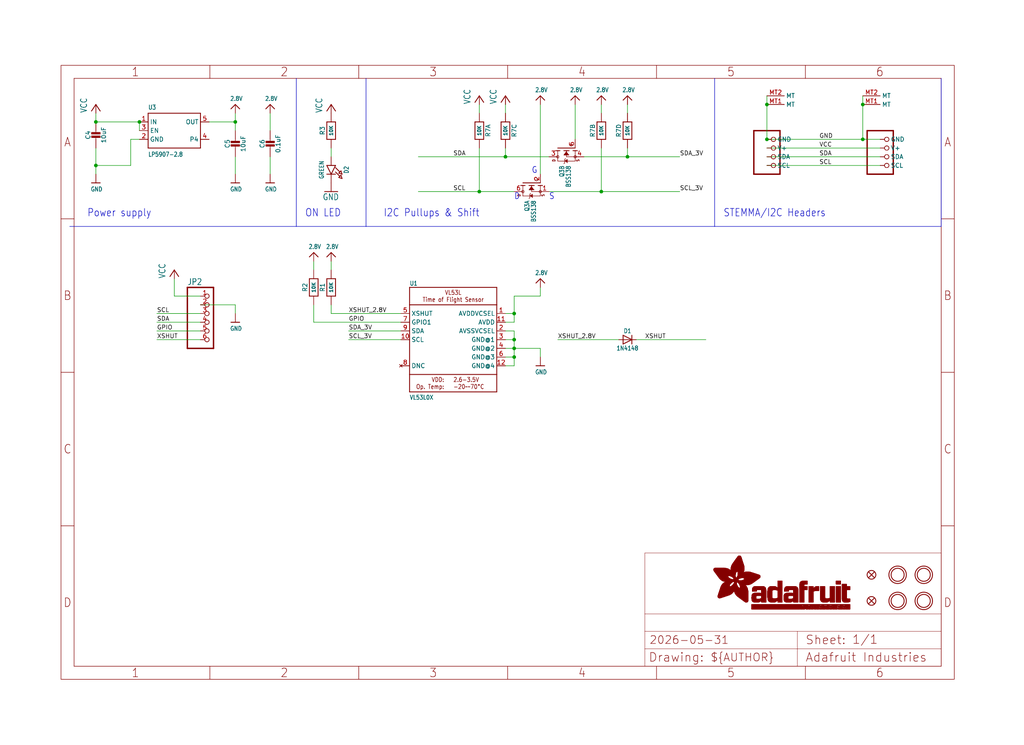
<source format=kicad_sch>
(kicad_sch (version 20230121) (generator eeschema)
  (paper "User" 298.45 217.322)
  (lib_symbols
    (symbol "working-eagle-import:2.8V" (power)
      (property "Value" "2.8V" (at -1.524 1.016 0))
      (symbol "2.8V_1_0"
        (pin power_in line (at 0 -2.54 90) (length 2.54) (name "2.8V") (number "1"))
      )
    )
    (symbol "working-eagle-import:CAP_CERAMIC0603_NO"
      (property "Reference" "C" (at -2.29 1.25 90))
      (symbol "CAP_CERAMIC0603_NO_1_0"
        (pin passive line (at 0 5.08 270) (length 2.54) (name "1") (number "1"))
        (pin passive line (at 0 -2.54 90) (length 2.54) (name "2") (number "2"))
      )
    )
    (symbol "working-eagle-import:CAP_CERAMIC0805-NOOUTLINE"
      (property "Reference" "C" (at -2.29 1.25 90))
      (symbol "CAP_CERAMIC0805-NOOUTLINE_1_0"
        (pin passive line (at 0 5.08 270) (length 2.54) (name "1") (number "1"))
        (pin passive line (at 0 -2.54 90) (length 2.54) (name "2") (number "2"))
      )
    )
    (symbol "working-eagle-import:DIODESOD-323"
      (property "Reference" "D" (at 0 2.54 0))
      (symbol "DIODESOD-323_1_0"
        (pin passive line (at -2.54 0 0) (length 2.54) (name "A") (number "A"))
        (pin passive line (at 2.54 0 180) (length 2.54) (name "C") (number "C"))
      )
    )
    (symbol "working-eagle-import:FIDUCIAL_1MM")
    (symbol "working-eagle-import:FRAME_A4_ADAFRUIT"
      (symbol "FRAME_A4_ADAFRUIT_1_0"
        (text "${#}/${##}" (at 230.505 10.16 0) (effects (font (size 2.54 2.54)) (justify left bottom)))
        (text "${AUTHOR}" (at 189.23 5.08 0) (effects (font (size 2.286 2.286)) (justify left bottom)))
        (text "${CURRENT_DATE}" (at 171.45 10.16 0) (effects (font (size 2.286 2.286)) (justify left bottom)))
        (text "${PROJECTNAME}" (at 171.45 15.24 0) (effects (font (size 2.54 2.54)) (justify left bottom)))
        (text "1" (at 21.6958 1.905 0) (effects (font (size 2.54 2.286))))
        (text "1" (at 21.6958 177.165 0) (effects (font (size 2.54 2.286))))
        (text "2" (at 65.0875 1.905 0) (effects (font (size 2.54 2.286))))
        (text "2" (at 65.0875 177.165 0) (effects (font (size 2.54 2.286))))
        (text "3" (at 108.4792 1.905 0) (effects (font (size 2.54 2.286))))
        (text "3" (at 108.4792 177.165 0) (effects (font (size 2.54 2.286))))
        (text "4" (at 151.8708 1.905 0) (effects (font (size 2.54 2.286))))
        (text "4" (at 151.8708 177.165 0) (effects (font (size 2.54 2.286))))
        (text "5" (at 195.2625 1.905 0) (effects (font (size 2.54 2.286))))
        (text "5" (at 195.2625 177.165 0) (effects (font (size 2.54 2.286))))
        (text "6" (at 238.6542 1.905 0) (effects (font (size 2.54 2.286))))
        (text "6" (at 238.6542 177.165 0) (effects (font (size 2.54 2.286))))
        (text "A" (at 1.905 156.6863 0) (effects (font (size 2.54 2.286))))
        (text "A" (at 258.445 156.6863 0) (effects (font (size 2.54 2.286))))
        (text "Adafruit Industries" (at 216.916 4.953 0) (effects (font (size 2.54 2.54)) (justify left bottom)))
        (text "B" (at 1.905 111.9188 0) (effects (font (size 2.54 2.286))))
        (text "B" (at 258.445 111.9188 0) (effects (font (size 2.54 2.286))))
        (text "C" (at 1.905 67.1513 0) (effects (font (size 2.54 2.286))))
        (text "C" (at 258.445 67.1513 0) (effects (font (size 2.54 2.286))))
        (text "D" (at 1.905 22.3838 0) (effects (font (size 2.54 2.286))))
        (text "D" (at 258.445 22.3838 0) (effects (font (size 2.54 2.286))))
        (text "Drawing:" (at 171.196 4.953 0) (effects (font (size 2.54 2.54)) (justify left bottom)))
        (text "Sheet:" (at 216.916 10.033 0) (effects (font (size 2.54 2.54)) (justify left bottom)))
      )
    )
    (symbol "working-eagle-import:GND" (power)
      (property "Value" "GND" (at -1.524 -2.54 0))
      (symbol "GND_1_0"
        (pin power_in line (at 0 2.54 270) (length 2.54) (name "GND") (number "1"))
      )
    )
    (symbol "working-eagle-import:HEADER-1X670MIL"
      (property "Reference" "JP" (at -6.35 10.795 0))
      (symbol "HEADER-1X670MIL_1_0"
        (pin passive inverted (at -2.54 7.62 0) (length 2.54) (name "1") (number "1"))
        (pin passive inverted (at -2.54 5.08 0) (length 2.54) (name "2") (number "2"))
        (pin passive inverted (at -2.54 2.54 0) (length 2.54) (name "3") (number "3"))
        (pin passive inverted (at -2.54 0 0) (length 2.54) (name "4") (number "4"))
        (pin passive inverted (at -2.54 -2.54 0) (length 2.54) (name "5") (number "5"))
        (pin passive inverted (at -2.54 -5.08 0) (length 2.54) (name "6") (number "6"))
      )
    )
    (symbol "working-eagle-import:LED0603_NOOUTLINE"
      (property "Reference" "D" (at -1.27 4.445 0))
      (symbol "LED0603_NOOUTLINE_1_0"
        (pin passive line (at -5.08 0 0) (length 2.54) (name "A") (number "A"))
        (pin passive line (at 2.54 0 180) (length 2.54) (name "C") (number "C"))
      )
    )
    (symbol "working-eagle-import:MOSFET-N_DUAL"
      (property "Reference" "Q" (at 5.08 0.635 0))
      (symbol "MOSFET-N_DUAL_1_0"
        (text "D" (at 3.175 3.175 0) (effects (font (size 0.8128 0.6908)) (justify left bottom)))
        (text "G" (at -1.27 -1.905 0) (effects (font (size 0.8128 0.6908)) (justify left bottom)))
        (text "S" (at 3.175 -3.81 0) (effects (font (size 0.8128 0.6908)) (justify left bottom)))
        (pin bidirectional line (at 2.54 -5.08 90) (length 2.54) (name "S") (number "1"))
        (pin bidirectional line (at -2.54 -2.54 0) (length 2.54) (name "G") (number "2"))
        (pin bidirectional line (at 2.54 5.08 270) (length 2.54) (name "D") (number "6"))
      )
      (symbol "MOSFET-N_DUAL_2_0"
        (text "D" (at 3.175 3.175 0) (effects (font (size 0.8128 0.6908)) (justify left bottom)))
        (text "G" (at -1.27 -1.905 0) (effects (font (size 0.8128 0.6908)) (justify left bottom)))
        (text "S" (at 3.175 -3.81 0) (effects (font (size 0.8128 0.6908)) (justify left bottom)))
        (pin bidirectional line (at 2.54 5.08 270) (length 2.54) (name "D") (number "3"))
        (pin bidirectional line (at 2.54 -5.08 90) (length 2.54) (name "S") (number "4"))
        (pin bidirectional line (at -2.54 -2.54 0) (length 2.54) (name "G") (number "5"))
      )
    )
    (symbol "working-eagle-import:MOUNTINGHOLE2.5")
    (symbol "working-eagle-import:RESISTOR_0603_NOOUT"
      (property "Reference" "R" (at 0 2.54 0))
      (symbol "RESISTOR_0603_NOOUT_1_0"
        (pin passive line (at -5.08 0 0) (length 2.54) (name "1") (number "1"))
        (pin passive line (at 5.08 0 180) (length 2.54) (name "2") (number "2"))
      )
    )
    (symbol "working-eagle-import:RESISTOR_4PACK"
      (property "Reference" "R" (at 0 2.54 0))
      (symbol "RESISTOR_4PACK_1_0"
        (pin passive line (at -5.08 0 0) (length 2.54) (name "1") (number "1"))
        (pin passive line (at 5.08 0 180) (length 2.54) (name "2") (number "8"))
      )
      (symbol "RESISTOR_4PACK_2_0"
        (pin passive line (at -5.08 0 0) (length 2.54) (name "1") (number "2"))
        (pin passive line (at 5.08 0 180) (length 2.54) (name "2") (number "7"))
      )
      (symbol "RESISTOR_4PACK_3_0"
        (pin passive line (at -5.08 0 0) (length 2.54) (name "1") (number "3"))
        (pin passive line (at 5.08 0 180) (length 2.54) (name "2") (number "6"))
      )
      (symbol "RESISTOR_4PACK_4_0"
        (pin passive line (at -5.08 0 0) (length 2.54) (name "1") (number "4"))
        (pin passive line (at 5.08 0 180) (length 2.54) (name "2") (number "5"))
      )
    )
    (symbol "working-eagle-import:STEMMA_I2C_QT"
      (symbol "STEMMA_I2C_QT_1_0"
        (pin passive inverted (at 0 5.08 0) (length 2.54) (name "GND") (number "1"))
        (pin passive inverted (at 0 2.54 0) (length 2.54) (name "V+") (number "2"))
        (pin passive inverted (at 0 0 0) (length 2.54) (name "SDA") (number "3"))
        (pin passive inverted (at 0 -2.54 0) (length 2.54) (name "SCL") (number "4"))
      )
      (symbol "STEMMA_I2C_QT_2_0"
        (pin bidirectional line (at 0 0 0) (length 5.08) (name "MT") (number "MT1"))
      )
      (symbol "STEMMA_I2C_QT_3_0"
        (pin bidirectional line (at 0 0 0) (length 5.08) (name "MT") (number "MT2"))
      )
    )
    (symbol "working-eagle-import:VCC" (power)
      (property "Value" "VCC" (at -2.54 -2.54 90))
      (symbol "VCC_1_0"
        (pin power_in line (at 0 -2.54 90) (length 2.54) (name "VCC") (number "1"))
      )
    )
    (symbol "working-eagle-import:VL53L0X"
      (property "Reference" "U" (at -12.7 15.7226 0))
      (symbol "VL53L0X_1_0"
        (text "2.6-3.5V\n-20~~70°C" (at 0 -12.7 0) (effects (font (size 1.27 1.0795)) (justify left)))
        (text "VDD:\nOp. Temp:" (at -2.54 -12.7 0) (effects (font (size 1.27 1.0795)) (justify right)))
        (text "VL53L\nTime of Flight Sensor" (at 0 12.7 0) (effects (font (size 1.27 1.0795))))
        (pin power_in line (at 15.24 7.62 180) (length 2.54) (name "AVDDVCSEL") (number "1"))
        (pin open_collector line (at -15.24 0 0) (length 2.54) (name "SCL") (number "10"))
        (pin power_in line (at 15.24 5.08 180) (length 2.54) (name "AVDD") (number "11"))
        (pin power_in line (at 15.24 -7.62 180) (length 2.54) (name "GND@4") (number "12"))
        (pin power_in line (at 15.24 2.54 180) (length 2.54) (name "AVSSVCSEL") (number "2"))
        (pin power_in line (at 15.24 0 180) (length 2.54) (name "GND@1") (number "3"))
        (pin power_in line (at 15.24 -2.54 180) (length 2.54) (name "GND@2") (number "4"))
        (pin input line (at -15.24 7.62 0) (length 2.54) (name "XSHUT") (number "5"))
        (pin power_in line (at 15.24 -5.08 180) (length 2.54) (name "GND@3") (number "6"))
        (pin output line (at -15.24 5.08 0) (length 2.54) (name "GPIO1") (number "7"))
        (pin no_connect line (at -15.24 -7.62 0) (length 2.54) (name "DNC") (number "8"))
        (pin open_collector line (at -15.24 2.54 0) (length 2.54) (name "SDA") (number "9"))
      )
    )
    (symbol "working-eagle-import:VREG_SOT23-5"
      (property "Reference" "U" (at -7.62 6.096 0))
      (symbol "VREG_SOT23-5_1_0"
        (pin power_in line (at -10.16 2.54 0) (length 2.54) (name "IN") (number "1"))
        (pin power_in line (at -10.16 -2.54 0) (length 2.54) (name "GND") (number "2"))
        (pin input line (at -10.16 0 0) (length 2.54) (name "EN") (number "3"))
        (pin bidirectional line (at 10.16 -2.54 180) (length 2.54) (name "P4") (number "4"))
        (pin power_in line (at 10.16 2.54 180) (length 2.54) (name "OUT") (number "5"))
      )
    )
    (symbol "working-eagle-import:supply1_GND" (power)
      (property "Value" "supply1_GND" (at -2.54 -2.54 0))
      (symbol "supply1_GND_1_0"
        (pin power_in line (at 0 2.54 270) (length 2.54) (name "GND") (number "1"))
      )
    )
  )
  (junction (at 27.94 35.56))
  (junction (at 149.86 99.06))
  (junction (at 149.86 101.6))
  (junction (at 223.52 40.64))
  (junction (at 149.86 104.14))
  (junction (at 149.86 91.44))
  (junction (at 147.32 45.72))
  (junction (at 251.46 40.64))
  (junction (at 139.7 55.88))
  (junction (at 182.88 45.72))
  (junction (at 251.46 30.48))
  (junction (at 223.52 30.48))
  (junction (at 40.64 35.56))
  (junction (at 27.94 48.26))
  (junction (at 175.26 55.88))
  (junction (at 68.58 35.56))
  (wire (pts (xy 175.26 55.88) (xy 198.12 55.88)) (stroke (width 0.1524)))
  (wire (pts (xy 58.42 96.52) (xy 45.72 96.52)) (stroke (width 0.1524)))
  (wire (pts (xy 27.94 48.26) (xy 27.94 43.18)) (stroke (width 0.1524)))
  (wire (pts (xy 182.88 33.02) (xy 182.88 30.48)) (stroke (width 0.1524)))
  (wire (pts (xy 50.8 86.36) (xy 50.8 81.28)) (stroke (width 0.1524)))
  (polyline (pts (xy 208.28 66.04) (xy 274.32 66.04)) (stroke (width 0.1524) (type solid)))
  (polyline (pts (xy 86.36 22.86) (xy 86.36 66.04)) (stroke (width 0.1524) (type solid)))
  (wire (pts (xy 116.84 91.44) (xy 96.52 91.44)) (stroke (width 0.1524)))
  (wire (pts (xy 147.32 91.44) (xy 149.86 91.44)) (stroke (width 0.1524)))
  (wire (pts (xy 78.74 33.02) (xy 78.74 38.1)) (stroke (width 0.1524)))
  (wire (pts (xy 223.52 43.18) (xy 256.54 43.18)) (stroke (width 0.1524)))
  (wire (pts (xy 96.52 78.74) (xy 96.52 76.2)) (stroke (width 0.1524)))
  (wire (pts (xy 60.96 35.56) (xy 68.58 35.56)) (stroke (width 0.1524)))
  (wire (pts (xy 68.58 35.56) (xy 68.58 33.02)) (stroke (width 0.1524)))
  (wire (pts (xy 40.64 40.64) (xy 38.1 40.64)) (stroke (width 0.1524)))
  (wire (pts (xy 251.46 30.48) (xy 251.46 40.64)) (stroke (width 0.1524)))
  (polyline (pts (xy 106.68 22.86) (xy 106.68 66.04)) (stroke (width 0.1524) (type solid)))
  (wire (pts (xy 256.54 45.72) (xy 223.52 45.72)) (stroke (width 0.1524)))
  (wire (pts (xy 256.54 40.64) (xy 251.46 40.64)) (stroke (width 0.1524)))
  (wire (pts (xy 223.52 48.26) (xy 256.54 48.26)) (stroke (width 0.1524)))
  (wire (pts (xy 160.02 45.72) (xy 147.32 45.72)) (stroke (width 0.1524)))
  (wire (pts (xy 147.32 33.02) (xy 147.32 30.48)) (stroke (width 0.1524)))
  (wire (pts (xy 91.44 78.74) (xy 91.44 76.2)) (stroke (width 0.1524)))
  (wire (pts (xy 180.34 99.06) (xy 162.56 99.06)) (stroke (width 0.1524)))
  (wire (pts (xy 157.48 101.6) (xy 157.48 104.14)) (stroke (width 0.1524)))
  (wire (pts (xy 147.32 101.6) (xy 149.86 101.6)) (stroke (width 0.1524)))
  (polyline (pts (xy 106.68 66.04) (xy 208.28 66.04)) (stroke (width 0.1524) (type solid)))
  (wire (pts (xy 175.26 33.02) (xy 175.26 30.48)) (stroke (width 0.1524)))
  (wire (pts (xy 58.42 88.9) (xy 68.58 88.9)) (stroke (width 0.1524)))
  (wire (pts (xy 149.86 99.06) (xy 149.86 101.6)) (stroke (width 0.1524)))
  (wire (pts (xy 68.58 88.9) (xy 68.58 91.44)) (stroke (width 0.1524)))
  (wire (pts (xy 40.64 35.56) (xy 27.94 35.56)) (stroke (width 0.1524)))
  (wire (pts (xy 91.44 93.98) (xy 91.44 88.9)) (stroke (width 0.1524)))
  (wire (pts (xy 58.42 93.98) (xy 45.72 93.98)) (stroke (width 0.1524)))
  (wire (pts (xy 149.86 96.52) (xy 149.86 99.06)) (stroke (width 0.1524)))
  (wire (pts (xy 160.02 55.88) (xy 175.26 55.88)) (stroke (width 0.1524)))
  (wire (pts (xy 205.74 99.06) (xy 185.42 99.06)) (stroke (width 0.1524)))
  (wire (pts (xy 116.84 93.98) (xy 91.44 93.98)) (stroke (width 0.1524)))
  (wire (pts (xy 58.42 99.06) (xy 45.72 99.06)) (stroke (width 0.1524)))
  (wire (pts (xy 147.32 43.18) (xy 147.32 45.72)) (stroke (width 0.1524)))
  (wire (pts (xy 157.48 50.8) (xy 157.48 30.48)) (stroke (width 0.1524)))
  (wire (pts (xy 38.1 48.26) (xy 27.94 48.26)) (stroke (width 0.1524)))
  (wire (pts (xy 149.86 86.36) (xy 157.48 86.36)) (stroke (width 0.1524)))
  (polyline (pts (xy 274.32 22.86) (xy 274.32 66.04)) (stroke (width 0.1524) (type solid)))
  (wire (pts (xy 149.86 55.88) (xy 139.7 55.88)) (stroke (width 0.1524)))
  (wire (pts (xy 149.86 106.68) (xy 149.86 104.14)) (stroke (width 0.1524)))
  (wire (pts (xy 58.42 91.44) (xy 45.72 91.44)) (stroke (width 0.1524)))
  (wire (pts (xy 182.88 45.72) (xy 198.12 45.72)) (stroke (width 0.1524)))
  (wire (pts (xy 251.46 27.94) (xy 251.46 30.48)) (stroke (width 0.1524)))
  (wire (pts (xy 175.26 43.18) (xy 175.26 55.88)) (stroke (width 0.1524)))
  (wire (pts (xy 78.74 45.72) (xy 78.74 50.8)) (stroke (width 0.1524)))
  (wire (pts (xy 167.64 40.64) (xy 167.64 30.48)) (stroke (width 0.1524)))
  (wire (pts (xy 147.32 104.14) (xy 149.86 104.14)) (stroke (width 0.1524)))
  (polyline (pts (xy 20.32 66.04) (xy 86.36 66.04)) (stroke (width 0.1524) (type solid)))
  (wire (pts (xy 116.84 99.06) (xy 101.6 99.06)) (stroke (width 0.1524)))
  (wire (pts (xy 139.7 55.88) (xy 121.92 55.88)) (stroke (width 0.1524)))
  (wire (pts (xy 149.86 91.44) (xy 149.86 86.36)) (stroke (width 0.1524)))
  (wire (pts (xy 96.52 91.44) (xy 96.52 88.9)) (stroke (width 0.1524)))
  (wire (pts (xy 27.94 48.26) (xy 27.94 50.8)) (stroke (width 0.1524)))
  (wire (pts (xy 223.52 30.48) (xy 223.52 40.64)) (stroke (width 0.1524)))
  (wire (pts (xy 147.32 99.06) (xy 149.86 99.06)) (stroke (width 0.1524)))
  (wire (pts (xy 58.42 86.36) (xy 50.8 86.36)) (stroke (width 0.1524)))
  (wire (pts (xy 147.32 45.72) (xy 121.92 45.72)) (stroke (width 0.1524)))
  (wire (pts (xy 96.52 45.72) (xy 96.52 43.18)) (stroke (width 0.1524)))
  (wire (pts (xy 116.84 96.52) (xy 101.6 96.52)) (stroke (width 0.1524)))
  (wire (pts (xy 139.7 30.48) (xy 139.7 33.02)) (stroke (width 0.1524)))
  (wire (pts (xy 170.18 45.72) (xy 182.88 45.72)) (stroke (width 0.1524)))
  (wire (pts (xy 149.86 93.98) (xy 149.86 91.44)) (stroke (width 0.1524)))
  (wire (pts (xy 251.46 40.64) (xy 223.52 40.64)) (stroke (width 0.1524)))
  (wire (pts (xy 147.32 93.98) (xy 149.86 93.98)) (stroke (width 0.1524)))
  (wire (pts (xy 149.86 104.14) (xy 149.86 101.6)) (stroke (width 0.1524)))
  (wire (pts (xy 157.48 86.36) (xy 157.48 83.82)) (stroke (width 0.1524)))
  (wire (pts (xy 139.7 43.18) (xy 139.7 55.88)) (stroke (width 0.1524)))
  (wire (pts (xy 182.88 43.18) (xy 182.88 45.72)) (stroke (width 0.1524)))
  (wire (pts (xy 68.58 45.72) (xy 68.58 50.8)) (stroke (width 0.1524)))
  (wire (pts (xy 147.32 96.52) (xy 149.86 96.52)) (stroke (width 0.1524)))
  (polyline (pts (xy 208.28 22.86) (xy 208.28 66.04)) (stroke (width 0.1524) (type solid)))
  (wire (pts (xy 223.52 27.94) (xy 223.52 30.48)) (stroke (width 0.1524)))
  (wire (pts (xy 68.58 35.56) (xy 68.58 38.1)) (stroke (width 0.1524)))
  (wire (pts (xy 27.94 33.02) (xy 27.94 35.56)) (stroke (width 0.1524)))
  (wire (pts (xy 38.1 40.64) (xy 38.1 48.26)) (stroke (width 0.1524)))
  (wire (pts (xy 149.86 101.6) (xy 157.48 101.6)) (stroke (width 0.1524)))
  (wire (pts (xy 147.32 106.68) (xy 149.86 106.68)) (stroke (width 0.1524)))
  (polyline (pts (xy 86.36 66.04) (xy 106.68 66.04)) (stroke (width 0.1524) (type solid)))
  (wire (pts (xy 40.64 38.1) (xy 40.64 35.56)) (stroke (width 0.1524)))
  (text "S" (at 160.02 58.42 0) (effects (font (size 1.778 1.5113)) (justify left bottom)))
  (text "I2C Pullups & Shift" (at 111.76 63.5 0) (effects (font (size 2.1844 1.8567)) (justify left bottom)))
  (text "G" (at 154.94 50.8 0) (effects (font (size 1.778 1.5113)) (justify left bottom)))
  (text "Power supply" (at 25.4 63.5 0) (effects (font (size 2.1844 1.8567)) (justify left bottom)))
  (text "ON LED" (at 88.9 63.5 0) (effects (font (size 2.1844 1.8567)) (justify left bottom)))
  (text "D" (at 149.86 58.42 0) (effects (font (size 1.778 1.5113)) (justify left bottom)))
  (text "STEMMA/I2C Headers" (at 210.82 63.5 0) (effects (font (size 2.1844 1.8567)) (justify left bottom)))
  (label "SCL" (at 238.76 48.26 0) (effects (font (size 1.2446 1.2446))))
  (label "XSHUT" (at 187.96 99.06 0) (effects (font (size 1.2446 1.2446))))
  (label "SDA" (at 238.76 45.72 0) (effects (font (size 1.2446 1.2446))))
  (label "SCL_3V" (at 101.6 99.06 0) (effects (font (size 1.2446 1.2446))))
  (label "XSHUT_2.8V" (at 101.6 91.44 0) (effects (font (size 1.2446 1.2446))))
  (label "SDA_3V" (at 198.12 45.72 0) (effects (font (size 1.2446 1.2446))))
  (label "SCL_3V" (at 198.12 55.88 0) (effects (font (size 1.2446 1.2446))))
  (label "SDA" (at 132.08 45.72 0) (effects (font (size 1.2446 1.2446))))
  (label "VCC" (at 238.76 43.18 0) (effects (font (size 1.2446 1.2446))))
  (label "SDA" (at 45.72 93.98 0) (effects (font (size 1.2446 1.2446))))
  (label "XSHUT" (at 45.72 99.06 0) (effects (font (size 1.2446 1.2446))))
  (label "SCL" (at 45.72 91.44 0) (effects (font (size 1.2446 1.2446))))
  (label "XSHUT_2.8V" (at 162.56 99.06 0) (effects (font (size 1.2446 1.2446))))
  (label "GPIO" (at 45.72 96.52 0) (effects (font (size 1.2446 1.2446))))
  (label "SDA_3V" (at 101.6 96.52 0) (effects (font (size 1.2446 1.2446))))
  (label "SCL" (at 132.08 55.88 0) (effects (font (size 1.2446 1.2446))))
  (label "GND" (at 238.76 40.64 0) (effects (font (size 1.2446 1.2446))))
  (label "GPIO" (at 101.6 93.98 0) (effects (font (size 1.2446 1.2446))))
  (symbol (lib_id "working-eagle-import:MOUNTINGHOLE2.5") (at 261.62 175.26 0) (unit 1)
    (property "Reference" "U$30" (effects hide))
    (property "Value" "MOUNTINGHOLE2.5" (effects hide))
    (property "Footprint" "working:MOUNTINGHOLE_2.5_PLATED" (effects hide))
  )
  (symbol (lib_id "working-eagle-import:MOSFET-N_DUAL") (at 154.94 53.34 90) (mirror x) (unit 1)
    (property "Reference" "Q3" (at 154.305 58.42 0) (effects (font (size 1.27 1.0795)) (justify left bottom)))
    (property "Value" "BSS138" (at 156.21 58.42 0) (effects (font (size 1.27 1.0795)) (justify left bottom)))
    (property "Footprint" "working:SOT363" (effects hide))
  )
  (symbol (lib_id "working-eagle-import:VCC") (at 96.52 30.48 0) (unit 1)
    (property "Reference" "#P+5" (effects hide))
    (property "Value" "VCC" (at 93.98 33.02 90) (effects (font (size 1.778 1.5113)) (justify left bottom)))
  )
  (symbol (lib_id "working-eagle-import:2.8V") (at 157.48 81.28 0) (unit 1)
    (property "Reference" "#U$16" (effects hide))
    (property "Value" "2.8V" (at 155.956 80.264 0) (effects (font (size 1.27 1.0795)) (justify left bottom)))
  )
  (symbol (lib_id "working-eagle-import:FIDUCIAL_1MM") (at 254 167.64 0) (unit 1)
    (property "Reference" "FID4" (effects hide))
    (property "Value" "FIDUCIAL_1MM" (effects hide))
    (property "Footprint" "working:FIDUCIAL_1MM" (effects hide))
  )
  (symbol (lib_id "working-eagle-import:VCC") (at 50.8 78.74 0) (unit 1)
    (property "Reference" "#P+4" (effects hide))
    (property "Value" "VCC" (at 48.26 81.28 90) (effects (font (size 1.778 1.5113)) (justify left bottom)))
  )
  (symbol (lib_id "working-eagle-import:2.8V") (at 167.64 27.94 0) (unit 1)
    (property "Reference" "#U$25" (effects hide))
    (property "Value" "2.8V" (at 166.116 26.924 0) (effects (font (size 1.27 1.0795)) (justify left bottom)))
  )
  (symbol (lib_id "working-eagle-import:GND") (at 68.58 93.98 0) (unit 1)
    (property "Reference" "#U$22" (effects hide))
    (property "Value" "GND" (at 67.056 96.52 0) (effects (font (size 1.27 1.0795)) (justify left bottom)))
  )
  (symbol (lib_id "working-eagle-import:GND") (at 78.74 53.34 0) (unit 1)
    (property "Reference" "#U$21" (effects hide))
    (property "Value" "GND" (at 77.216 55.88 0) (effects (font (size 1.27 1.0795)) (justify left bottom)))
  )
  (symbol (lib_id "working-eagle-import:2.8V") (at 182.88 27.94 0) (unit 1)
    (property "Reference" "#U$27" (effects hide))
    (property "Value" "2.8V" (at 181.356 26.924 0) (effects (font (size 1.27 1.0795)) (justify left bottom)))
  )
  (symbol (lib_id "working-eagle-import:2.8V") (at 96.52 73.66 0) (unit 1)
    (property "Reference" "#U$10" (effects hide))
    (property "Value" "2.8V" (at 94.996 72.644 0) (effects (font (size 1.27 1.0795)) (justify left bottom)))
  )
  (symbol (lib_id "working-eagle-import:FRAME_A4_ADAFRUIT") (at 17.78 198.12 0) (unit 1)
    (property "Reference" "#U$32" (effects hide))
    (property "Value" "FRAME_A4_ADAFRUIT" (effects hide))
  )
  (symbol (lib_id "working-eagle-import:RESISTOR_0603_NOOUT") (at 96.52 83.82 90) (unit 1)
    (property "Reference" "R1" (at 93.98 83.82 0))
    (property "Value" "10K" (at 96.52 83.82 0) (effects (font (size 1.016 1.016) bold)))
    (property "Footprint" "working:0603-NO" (effects hide))
  )
  (symbol (lib_id "working-eagle-import:STEMMA_I2C_QT") (at 256.54 45.72 0) (unit 1)
    (property "Reference" "CONN4" (effects hide))
    (property "Value" "STEMMA_I2C_QT" (effects hide))
    (property "Footprint" "working:JST_SH4" (effects hide))
  )
  (symbol (lib_id "working-eagle-import:DIODESOD-323") (at 182.88 99.06 0) (unit 1)
    (property "Reference" "D1" (at 182.88 96.52 0) (effects (font (size 1.27 1.0795))))
    (property "Value" "1N4148" (at 182.88 101.56 0) (effects (font (size 1.27 1.0795))))
    (property "Footprint" "working:SOD-323" (effects hide))
  )
  (symbol (lib_id "working-eagle-import:2.8V") (at 91.44 73.66 0) (unit 1)
    (property "Reference" "#U$9" (effects hide))
    (property "Value" "2.8V" (at 89.916 72.644 0) (effects (font (size 1.27 1.0795)) (justify left bottom)))
  )
  (symbol (lib_id "working-eagle-import:STEMMA_I2C_QT") (at 251.46 30.48 0) (unit 2)
    (property "Reference" "CONN4" (effects hide))
    (property "Value" "STEMMA_I2C_QT" (effects hide))
    (property "Footprint" "working:JST_SH4" (effects hide))
  )
  (symbol (lib_id "working-eagle-import:MOUNTINGHOLE2.5") (at 261.62 167.64 0) (unit 1)
    (property "Reference" "U$31" (effects hide))
    (property "Value" "MOUNTINGHOLE2.5" (effects hide))
    (property "Footprint" "working:MOUNTINGHOLE_2.5_PLATED" (effects hide))
  )
  (symbol (lib_id "working-eagle-import:2.8V") (at 157.48 27.94 0) (unit 1)
    (property "Reference" "#U$24" (effects hide))
    (property "Value" "2.8V" (at 155.956 26.924 0) (effects (font (size 1.27 1.0795)) (justify left bottom)))
  )
  (symbol (lib_id "working-eagle-import:STEMMA_I2C_QT") (at 251.46 27.94 0) (unit 3)
    (property "Reference" "CONN4" (effects hide))
    (property "Value" "STEMMA_I2C_QT" (effects hide))
    (property "Footprint" "working:JST_SH4" (effects hide))
  )
  (symbol (lib_id "working-eagle-import:STEMMA_I2C_QT") (at 223.52 45.72 0) (unit 1)
    (property "Reference" "CONN3" (effects hide))
    (property "Value" "STEMMA_I2C_QT" (effects hide))
    (property "Footprint" "working:JST_SH4" (effects hide))
  )
  (symbol (lib_id "working-eagle-import:CAP_CERAMIC0603_NO") (at 78.74 43.18 0) (unit 1)
    (property "Reference" "C6" (at 76.45 41.93 90))
    (property "Value" "0.1uF" (at 81.04 41.93 90))
    (property "Footprint" "working:0603-NO" (effects hide))
  )
  (symbol (lib_id "working-eagle-import:2.8V") (at 68.58 30.48 0) (unit 1)
    (property "Reference" "#U$23" (effects hide))
    (property "Value" "2.8V" (at 67.056 29.464 0) (effects (font (size 1.27 1.0795)) (justify left bottom)))
  )
  (symbol (lib_id "working-eagle-import:RESISTOR_4PACK") (at 175.26 38.1 90) (mirror x) (unit 2)
    (property "Reference" "R7" (at 172.72 38.1 0))
    (property "Value" "10K" (at 175.26 38.1 0) (effects (font (size 1.016 1.016) bold)))
    (property "Footprint" "working:RESPACK_4X0603" (effects hide))
  )
  (symbol (lib_id "working-eagle-import:supply1_GND") (at 96.52 55.88 0) (unit 1)
    (property "Reference" "#GND6" (effects hide))
    (property "Value" "GND" (at 93.98 58.42 0) (effects (font (size 1.778 1.5113)) (justify left bottom)))
  )
  (symbol (lib_id "working-eagle-import:STEMMA_I2C_QT") (at 223.52 27.94 0) (unit 3)
    (property "Reference" "CONN3" (effects hide))
    (property "Value" "STEMMA_I2C_QT" (effects hide))
    (property "Footprint" "working:JST_SH4" (effects hide))
  )
  (symbol (lib_id "working-eagle-import:HEADER-1X670MIL") (at 60.96 93.98 0) (unit 1)
    (property "Reference" "JP2" (at 54.61 83.185 0) (effects (font (size 1.778 1.5113)) (justify left bottom)))
    (property "Value" "HEADER-1X670MIL" (effects hide))
    (property "Footprint" "working:1X06_ROUND_70" (effects hide))
  )
  (symbol (lib_id "working-eagle-import:VCC") (at 147.32 27.94 0) (unit 1)
    (property "Reference" "#P+2" (effects hide))
    (property "Value" "VCC" (at 144.78 30.48 90) (effects (font (size 1.778 1.5113)) (justify left bottom)))
  )
  (symbol (lib_id "working-eagle-import:MOUNTINGHOLE2.5") (at 269.24 175.26 0) (unit 1)
    (property "Reference" "U$34" (effects hide))
    (property "Value" "MOUNTINGHOLE2.5" (effects hide))
    (property "Footprint" "working:MOUNTINGHOLE_2.5_PLATED" (effects hide))
  )
  (symbol (lib_id "working-eagle-import:GND") (at 157.48 106.68 0) (unit 1)
    (property "Reference" "#U$4" (effects hide))
    (property "Value" "GND" (at 155.956 109.22 0) (effects (font (size 1.27 1.0795)) (justify left bottom)))
  )
  (symbol (lib_id "working-eagle-import:FIDUCIAL_1MM") (at 254 175.26 0) (unit 1)
    (property "Reference" "FID1" (effects hide))
    (property "Value" "FIDUCIAL_1MM" (effects hide))
    (property "Footprint" "working:FIDUCIAL_1MM" (effects hide))
  )
  (symbol (lib_id "working-eagle-import:CAP_CERAMIC0805-NOOUTLINE") (at 68.58 43.18 0) (unit 1)
    (property "Reference" "C5" (at 66.29 41.93 90))
    (property "Value" "10uF" (at 70.88 41.93 90))
    (property "Footprint" "working:0805-NO" (effects hide))
  )
  (symbol (lib_id "working-eagle-import:STEMMA_I2C_QT") (at 223.52 30.48 0) (unit 2)
    (property "Reference" "CONN3" (effects hide))
    (property "Value" "STEMMA_I2C_QT" (effects hide))
    (property "Footprint" "working:JST_SH4" (effects hide))
  )
  (symbol (lib_id "working-eagle-import:GND") (at 68.58 53.34 0) (unit 1)
    (property "Reference" "#U$20" (effects hide))
    (property "Value" "GND" (at 67.056 55.88 0) (effects (font (size 1.27 1.0795)) (justify left bottom)))
  )
  (symbol (lib_id "working-eagle-import:MOUNTINGHOLE2.5") (at 269.24 167.64 0) (unit 1)
    (property "Reference" "U$33" (effects hide))
    (property "Value" "MOUNTINGHOLE2.5" (effects hide))
    (property "Footprint" "working:MOUNTINGHOLE_2.5_PLATED" (effects hide))
  )
  (symbol (lib_id "working-eagle-import:GND") (at 27.94 53.34 0) (unit 1)
    (property "Reference" "#U$19" (effects hide))
    (property "Value" "GND" (at 26.416 55.88 0) (effects (font (size 1.27 1.0795)) (justify left bottom)))
  )
  (symbol (lib_id "working-eagle-import:2.8V") (at 175.26 27.94 0) (unit 1)
    (property "Reference" "#U$26" (effects hide))
    (property "Value" "2.8V" (at 173.736 26.924 0) (effects (font (size 1.27 1.0795)) (justify left bottom)))
  )
  (symbol (lib_id "working-eagle-import:RESISTOR_4PACK") (at 182.88 38.1 90) (mirror x) (unit 4)
    (property "Reference" "R7" (at 180.34 38.1 0))
    (property "Value" "10K" (at 182.88 38.1 0) (effects (font (size 1.016 1.016) bold)))
    (property "Footprint" "working:RESPACK_4X0603" (effects hide))
  )
  (symbol (lib_id "working-eagle-import:RESISTOR_4PACK") (at 139.7 38.1 270) (unit 1)
    (property "Reference" "R7" (at 142.24 38.1 0))
    (property "Value" "10K" (at 139.7 38.1 0) (effects (font (size 1.016 1.016) bold)))
    (property "Footprint" "working:RESPACK_4X0603" (effects hide))
  )
  (symbol (lib_id "working-eagle-import:VL53L0X") (at 132.08 99.06 0) (unit 1)
    (property "Reference" "U1" (at 119.38 83.3374 0) (effects (font (size 1.27 1.0795)) (justify left bottom)))
    (property "Value" "VL53L0X" (at 119.38 116.6114 0) (effects (font (size 1.27 1.0795)) (justify left bottom)))
    (property "Footprint" "working:LGA12_ST" (effects hide))
  )
  (symbol (lib_id "working-eagle-import:RESISTOR_4PACK") (at 147.32 38.1 270) (unit 3)
    (property "Reference" "R7" (at 149.86 38.1 0))
    (property "Value" "10K" (at 147.32 38.1 0) (effects (font (size 1.016 1.016) bold)))
    (property "Footprint" "working:RESPACK_4X0603" (effects hide))
  )
  (symbol (lib_id "working-eagle-import:2.8V") (at 78.74 30.48 0) (unit 1)
    (property "Reference" "#U$40" (effects hide))
    (property "Value" "2.8V" (at 77.216 29.464 0) (effects (font (size 1.27 1.0795)) (justify left bottom)))
  )
  (symbol (lib_id "working-eagle-import:VREG_SOT23-5") (at 50.8 38.1 0) (unit 1)
    (property "Reference" "U3" (at 43.18 32.004 0) (effects (font (size 1.27 1.0795)) (justify left bottom)))
    (property "Value" "LP5907-2.8" (at 43.18 45.72 0) (effects (font (size 1.27 1.0795)) (justify left bottom)))
    (property "Footprint" "working:SOT23-5" (effects hide))
  )
  (symbol (lib_id "working-eagle-import:RESISTOR_0603_NOOUT") (at 96.52 38.1 90) (unit 1)
    (property "Reference" "R3" (at 93.98 38.1 0))
    (property "Value" "10K" (at 96.52 38.1 0) (effects (font (size 1.016 1.016) bold)))
    (property "Footprint" "working:0603-NO" (effects hide))
  )
  (symbol (lib_id "working-eagle-import:MOSFET-N_DUAL") (at 165.1 43.18 90) (mirror x) (unit 2)
    (property "Reference" "Q3" (at 164.465 48.26 0) (effects (font (size 1.27 1.0795)) (justify left bottom)))
    (property "Value" "BSS138" (at 166.37 48.26 0) (effects (font (size 1.27 1.0795)) (justify left bottom)))
    (property "Footprint" "working:SOT363" (effects hide))
  )
  (symbol (lib_id "working-eagle-import:LED0603_NOOUTLINE") (at 96.52 50.8 270) (unit 1)
    (property "Reference" "D2" (at 100.965 49.53 0) (effects (font (size 1.27 1.0795))))
    (property "Value" "GREEN" (at 93.726 49.53 0) (effects (font (size 1.27 1.0795))))
    (property "Footprint" "working:CHIPLED_0603_NOOUTLINE" (effects hide))
  )
  (symbol (lib_id "working-eagle-import:RESISTOR_0603_NOOUT") (at 91.44 83.82 90) (unit 1)
    (property "Reference" "R2" (at 88.9 83.82 0))
    (property "Value" "10K" (at 91.44 83.82 0) (effects (font (size 1.016 1.016) bold)))
    (property "Footprint" "working:0603-NO" (effects hide))
  )
  (symbol (lib_id "working-eagle-import:VCC") (at 27.94 30.48 0) (unit 1)
    (property "Reference" "#P+3" (effects hide))
    (property "Value" "VCC" (at 25.4 33.02 90) (effects (font (size 1.778 1.5113)) (justify left bottom)))
  )
  (symbol (lib_id "working-eagle-import:VCC") (at 139.7 27.94 0) (unit 1)
    (property "Reference" "#P+1" (effects hide))
    (property "Value" "VCC" (at 137.16 30.48 90) (effects (font (size 1.778 1.5113)) (justify left bottom)))
  )
  (symbol (lib_id "working-eagle-import:CAP_CERAMIC0805-NOOUTLINE") (at 27.94 40.64 0) (unit 1)
    (property "Reference" "C4" (at 25.65 39.39 90))
    (property "Value" "10uF" (at 30.24 39.39 90))
    (property "Footprint" "working:0805-NO" (effects hide))
  )
)
</source>
